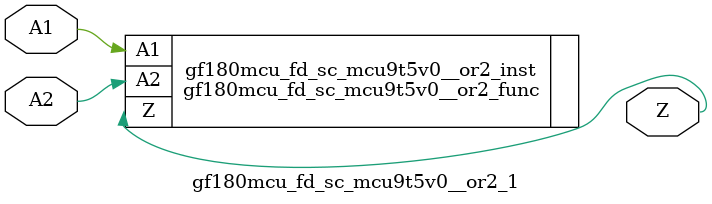
<source format=v>

`ifndef GF180MCU_FD_SC_MCU9T5V0__OR2_1_V
`define GF180MCU_FD_SC_MCU9T5V0__OR2_1_V

`include "gf180mcu_fd_sc_mcu9t5v0__or2_func.v"

`ifdef USE_POWER_PINS
module gf180mcu_fd_sc_mcu9t5v0__or2_1( A1, A2, Z, VDD, VSS );
inout VDD, VSS;
`else // If not USE_POWER_PINS
module gf180mcu_fd_sc_mcu9t5v0__or2_1( A1, A2, Z );
`endif // If not USE_POWER_PINS
input A1, A2;
output Z;

`ifdef USE_POWER_PINS
  gf180mcu_fd_sc_mcu9t5v0__or2_func gf180mcu_fd_sc_mcu9t5v0__or2_inst(.A1(A1),.A2(A2),.Z(Z),.VDD(VDD),.VSS(VSS));
`else // If not USE_POWER_PINS
  gf180mcu_fd_sc_mcu9t5v0__or2_func gf180mcu_fd_sc_mcu9t5v0__or2_inst(.A1(A1),.A2(A2),.Z(Z));
`endif // If not USE_POWER_PINS

`ifndef FUNCTIONAL
	// spec_gates_begin


	// spec_gates_end



   specify

	// specify_block_begin

	// comb arc A1 --> Z
	 (A1 => Z) = (1.0,1.0);

	// comb arc A2 --> Z
	 (A2 => Z) = (1.0,1.0);

	// specify_block_end

   endspecify

   `endif

endmodule
`endif // GF180MCU_FD_SC_MCU9T5V0__OR2_1_V

</source>
